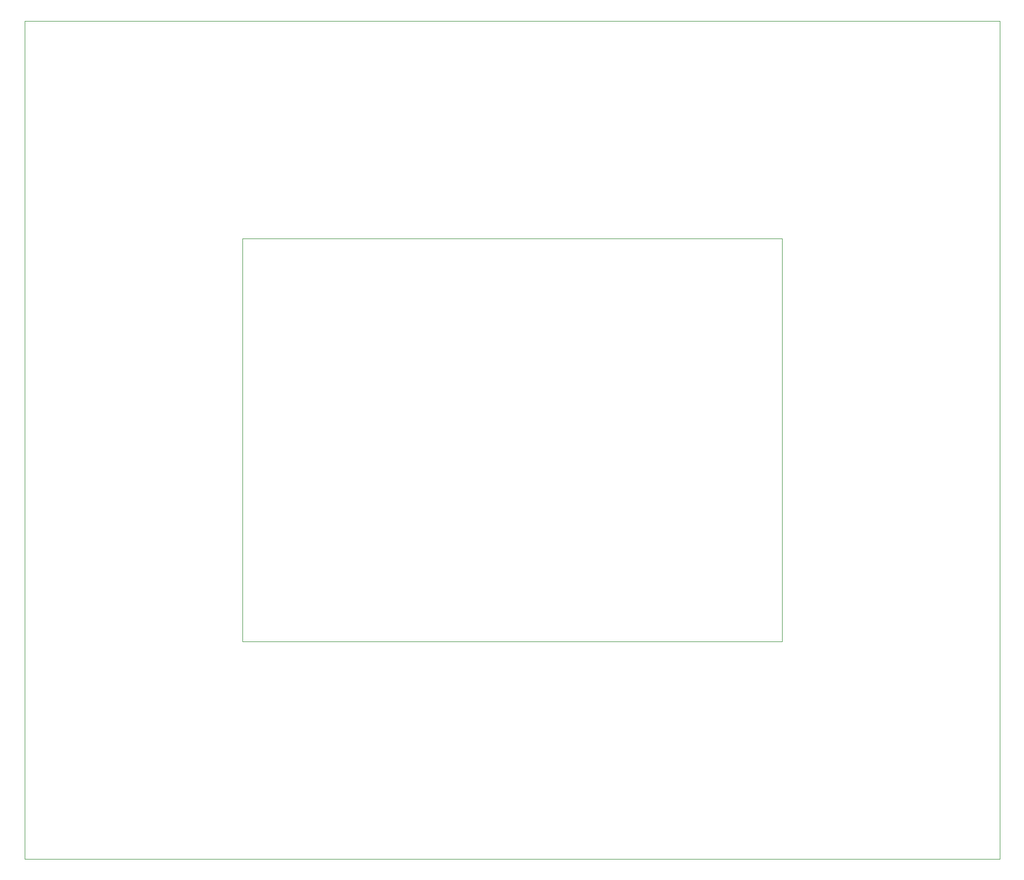
<source format=gbr>
%TF.GenerationSoftware,KiCad,Pcbnew,(5.1.9)-1*%
%TF.CreationDate,2021-03-08T13:31:38-05:00*%
%TF.ProjectId,eInk-picture-frame-coverboard,65496e6b-2d70-4696-9374-7572652d6672,rev?*%
%TF.SameCoordinates,Original*%
%TF.FileFunction,Profile,NP*%
%FSLAX46Y46*%
G04 Gerber Fmt 4.6, Leading zero omitted, Abs format (unit mm)*
G04 Created by KiCad (PCBNEW (5.1.9)-1) date 2021-03-08 13:31:38*
%MOMM*%
%LPD*%
G01*
G04 APERTURE LIST*
%TA.AperFunction,Profile*%
%ADD10C,0.050000*%
%TD*%
G04 APERTURE END LIST*
D10*
X101600000Y-123250000D02*
X101600000Y-58300000D01*
X188500000Y-123250000D02*
X101600000Y-123250000D01*
X188500000Y-58300000D02*
X188500000Y-123250000D01*
X101600000Y-58300000D02*
X188500000Y-58300000D01*
X66550000Y-158270000D02*
X223550000Y-158270000D01*
X223550000Y-158270000D02*
X223550000Y-23270000D01*
X66550000Y-23270000D02*
X223550000Y-23270000D01*
X66550000Y-158270000D02*
X66550000Y-23270000D01*
M02*

</source>
